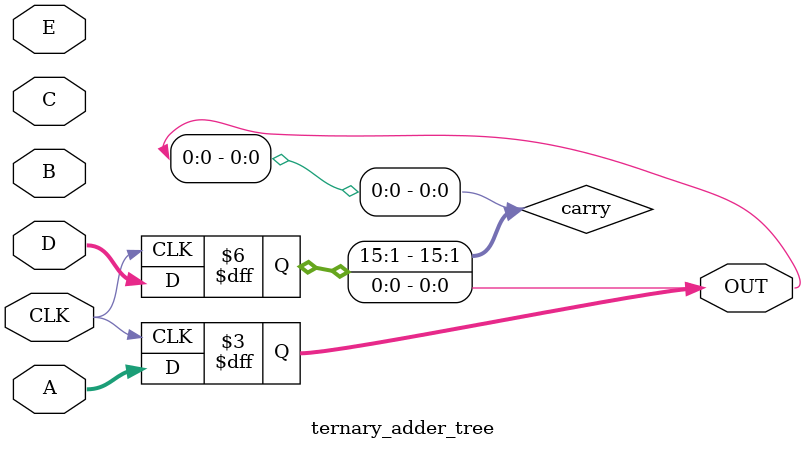
<source format=v>
module ternary_adder_tree #(parameter WIDTH=16) (
    input [WIDTH-1:0] A, B, C, D, E,
    input CLK,
    output [WIDTH-1:0] OUT
);
    wire [WIDTH-1:0] temp;
    reg [WIDTH-1:0] carry;

    always @(posedge CLK)
        begin
            {carry,temp} = {C,D,E};
        end

    always @(posedge CLK)
        begin
            {OUT,temp} = {temp,A,B};
        end

    assign OUT[0] = carry;
endmodule
</source>
